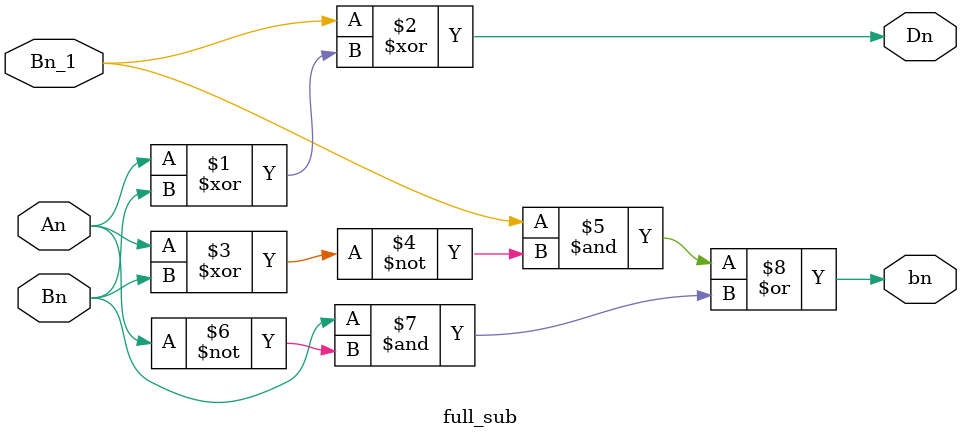
<source format=v>
`timescale 1ns / 1ps


module full_sub(output bn, Dn, input An, Bn, Bn_1);
    assign Dn = Bn_1^(An^Bn);
    assign bn = (Bn_1&~(An^Bn))|(Bn&~An);
endmodule   

</source>
